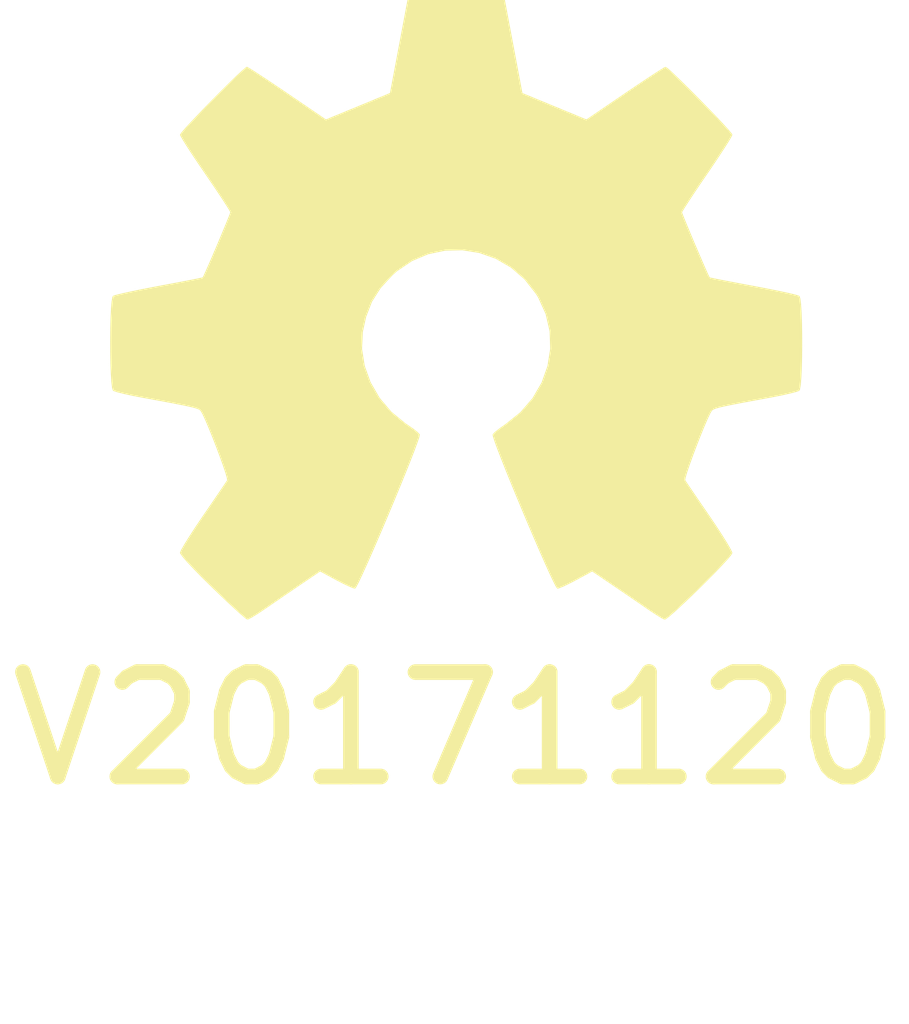
<source format=kicad_pcb>
(kicad_pcb (version 4) (host pcbnew 4.0.7-e2-6376~58~ubuntu17.04.1)

  (general
    (links 0)
    (no_connects 0)
    (area 0 0 0 0)
    (thickness 1.6)
    (drawings 0)
    (tracks 0)
    (zones 0)
    (modules 2)
    (nets 1)
  )

  (page A4)
  (layers
    (0 F.Cu signal)
    (31 B.Cu signal)
    (32 B.Adhes user)
    (33 F.Adhes user)
    (34 B.Paste user)
    (35 F.Paste user)
    (36 B.SilkS user)
    (37 F.SilkS user)
    (38 B.Mask user)
    (39 F.Mask user)
    (40 Dwgs.User user)
    (41 Cmts.User user)
    (42 Eco1.User user)
    (43 Eco2.User user)
    (44 Edge.Cuts user)
    (45 Margin user)
    (46 B.CrtYd user)
    (47 F.CrtYd user)
    (48 B.Fab user)
    (49 F.Fab user)
  )

  (setup
    (last_trace_width 0.1524)
    (user_trace_width 0.1524)
    (user_trace_width 0.2)
    (user_trace_width 0.3)
    (user_trace_width 0.4)
    (user_trace_width 0.6)
    (user_trace_width 1)
    (user_trace_width 1.5)
    (user_trace_width 2)
    (trace_clearance 0.1524)
    (zone_clearance 0.508)
    (zone_45_only no)
    (trace_min 0.1524)
    (segment_width 0.2)
    (edge_width 0.15)
    (via_size 0.381)
    (via_drill 0.254)
    (via_min_size 0.381)
    (via_min_drill 0.254)
    (user_via 0.381 0.254)
    (user_via 0.55 0.4)
    (user_via 0.75 0.6)
    (user_via 0.95 0.8)
    (user_via 1.3 1)
    (user_via 1.5 1.2)
    (user_via 1.7 1.4)
    (user_via 1.9 1.6)
    (uvia_size 0.381)
    (uvia_drill 0.254)
    (uvias_allowed no)
    (uvia_min_size 0.381)
    (uvia_min_drill 0.254)
    (pcb_text_width 0.3)
    (pcb_text_size 1.5 1.5)
    (mod_edge_width 0.15)
    (mod_text_size 1 1)
    (mod_text_width 0.15)
    (pad_size 1.524 1.524)
    (pad_drill 0.762)
    (pad_to_mask_clearance 0.2)
    (aux_axis_origin 0 0)
    (visible_elements FFFFFF7F)
    (pcbplotparams
      (layerselection 0x00030_80000001)
      (usegerberextensions false)
      (excludeedgelayer true)
      (linewidth 0.100000)
      (plotframeref false)
      (viasonmask false)
      (mode 1)
      (useauxorigin false)
      (hpglpennumber 1)
      (hpglpenspeed 20)
      (hpglpendiameter 15)
      (hpglpenoverlay 2)
      (psnegative false)
      (psa4output false)
      (plotreference true)
      (plotvalue true)
      (plotinvisibletext false)
      (padsonsilk false)
      (subtractmaskfromsilk false)
      (outputformat 1)
      (mirror false)
      (drillshape 1)
      (scaleselection 1)
      (outputdirectory ""))
  )

  (net 0 "")

  (net_class Default "This is the default net class."
    (clearance 0.1524)
    (trace_width 0.1524)
    (via_dia 0.381)
    (via_drill 0.254)
    (uvia_dia 0.381)
    (uvia_drill 0.254)
  )

  (module Symbols:OSHW-Symbol_6.7x6mm_SilkScreen (layer F.Cu) (tedit 0) (tstamp 5A135134)
    (at 148 101)
    (descr "Open Source Hardware Symbol")
    (tags "Logo Symbol OSHW")
    (path /5A135869)
    (attr virtual)
    (fp_text reference N1 (at 0 0) (layer F.SilkS) hide
      (effects (font (size 1 1) (thickness 0.15)))
    )
    (fp_text value OHWLOGO (at 0.75 0) (layer F.Fab) hide
      (effects (font (size 1 1) (thickness 0.15)))
    )
    (fp_poly (pts (xy 0.555814 -2.531069) (xy 0.639635 -2.086445) (xy 0.94892 -1.958947) (xy 1.258206 -1.831449)
      (xy 1.629246 -2.083754) (xy 1.733157 -2.154004) (xy 1.827087 -2.216728) (xy 1.906652 -2.269062)
      (xy 1.96747 -2.308143) (xy 2.005157 -2.331107) (xy 2.015421 -2.336058) (xy 2.03391 -2.323324)
      (xy 2.07342 -2.288118) (xy 2.129522 -2.234938) (xy 2.197787 -2.168282) (xy 2.273786 -2.092646)
      (xy 2.353092 -2.012528) (xy 2.431275 -1.932426) (xy 2.503907 -1.856836) (xy 2.566559 -1.790255)
      (xy 2.614803 -1.737182) (xy 2.64421 -1.702113) (xy 2.651241 -1.690377) (xy 2.641123 -1.66874)
      (xy 2.612759 -1.621338) (xy 2.569129 -1.552807) (xy 2.513218 -1.467785) (xy 2.448006 -1.370907)
      (xy 2.410219 -1.31565) (xy 2.341343 -1.214752) (xy 2.28014 -1.123701) (xy 2.229578 -1.04703)
      (xy 2.192628 -0.989272) (xy 2.172258 -0.954957) (xy 2.169197 -0.947746) (xy 2.176136 -0.927252)
      (xy 2.195051 -0.879487) (xy 2.223087 -0.811168) (xy 2.257391 -0.729011) (xy 2.295109 -0.63973)
      (xy 2.333387 -0.550042) (xy 2.36937 -0.466662) (xy 2.400206 -0.396306) (xy 2.423039 -0.34569)
      (xy 2.435017 -0.321529) (xy 2.435724 -0.320578) (xy 2.454531 -0.315964) (xy 2.504618 -0.305672)
      (xy 2.580793 -0.290713) (xy 2.677865 -0.272099) (xy 2.790643 -0.250841) (xy 2.856442 -0.238582)
      (xy 2.97695 -0.215638) (xy 3.085797 -0.193805) (xy 3.177476 -0.174278) (xy 3.246481 -0.158252)
      (xy 3.287304 -0.146921) (xy 3.295511 -0.143326) (xy 3.303548 -0.118994) (xy 3.310033 -0.064041)
      (xy 3.31497 0.015108) (xy 3.318364 0.112026) (xy 3.320218 0.220287) (xy 3.320538 0.333465)
      (xy 3.319327 0.445135) (xy 3.31659 0.548868) (xy 3.312331 0.638241) (xy 3.306555 0.706826)
      (xy 3.299267 0.748197) (xy 3.294895 0.75681) (xy 3.268764 0.767133) (xy 3.213393 0.781892)
      (xy 3.136107 0.799352) (xy 3.04423 0.81778) (xy 3.012158 0.823741) (xy 2.857524 0.852066)
      (xy 2.735375 0.874876) (xy 2.641673 0.89308) (xy 2.572384 0.907583) (xy 2.523471 0.919292)
      (xy 2.490897 0.929115) (xy 2.470628 0.937956) (xy 2.458626 0.946724) (xy 2.456947 0.948457)
      (xy 2.440184 0.976371) (xy 2.414614 1.030695) (xy 2.382788 1.104777) (xy 2.34726 1.191965)
      (xy 2.310583 1.285608) (xy 2.275311 1.379052) (xy 2.243996 1.465647) (xy 2.219193 1.53874)
      (xy 2.203454 1.591678) (xy 2.199332 1.617811) (xy 2.199676 1.618726) (xy 2.213641 1.640086)
      (xy 2.245322 1.687084) (xy 2.291391 1.754827) (xy 2.348518 1.838423) (xy 2.413373 1.932982)
      (xy 2.431843 1.959854) (xy 2.497699 2.057275) (xy 2.55565 2.146163) (xy 2.602538 2.221412)
      (xy 2.635207 2.27792) (xy 2.6505 2.310581) (xy 2.651241 2.314593) (xy 2.638392 2.335684)
      (xy 2.602888 2.377464) (xy 2.549293 2.435445) (xy 2.482171 2.505135) (xy 2.406087 2.582045)
      (xy 2.325604 2.661683) (xy 2.245287 2.739561) (xy 2.169699 2.811186) (xy 2.103405 2.87207)
      (xy 2.050969 2.917721) (xy 2.016955 2.94365) (xy 2.007545 2.947883) (xy 1.985643 2.937912)
      (xy 1.9408 2.91102) (xy 1.880321 2.871736) (xy 1.833789 2.840117) (xy 1.749475 2.782098)
      (xy 1.649626 2.713784) (xy 1.549473 2.645579) (xy 1.495627 2.609075) (xy 1.313371 2.4858)
      (xy 1.160381 2.56852) (xy 1.090682 2.604759) (xy 1.031414 2.632926) (xy 0.991311 2.648991)
      (xy 0.981103 2.651226) (xy 0.968829 2.634722) (xy 0.944613 2.588082) (xy 0.910263 2.515609)
      (xy 0.867588 2.421606) (xy 0.818394 2.310374) (xy 0.76449 2.186215) (xy 0.707684 2.053432)
      (xy 0.649782 1.916327) (xy 0.592593 1.779202) (xy 0.537924 1.646358) (xy 0.487584 1.522098)
      (xy 0.44338 1.410725) (xy 0.407119 1.316539) (xy 0.380609 1.243844) (xy 0.365658 1.196941)
      (xy 0.363254 1.180833) (xy 0.382311 1.160286) (xy 0.424036 1.126933) (xy 0.479706 1.087702)
      (xy 0.484378 1.084599) (xy 0.628264 0.969423) (xy 0.744283 0.835053) (xy 0.83143 0.685784)
      (xy 0.888699 0.525913) (xy 0.915086 0.359737) (xy 0.909585 0.191552) (xy 0.87119 0.025655)
      (xy 0.798895 -0.133658) (xy 0.777626 -0.168513) (xy 0.666996 -0.309263) (xy 0.536302 -0.422286)
      (xy 0.390064 -0.506997) (xy 0.232808 -0.562806) (xy 0.069057 -0.589126) (xy -0.096667 -0.58537)
      (xy -0.259838 -0.55095) (xy -0.415935 -0.485277) (xy -0.560433 -0.387765) (xy -0.605131 -0.348187)
      (xy -0.718888 -0.224297) (xy -0.801782 -0.093876) (xy -0.858644 0.052315) (xy -0.890313 0.197088)
      (xy -0.898131 0.35986) (xy -0.872062 0.52344) (xy -0.814755 0.682298) (xy -0.728856 0.830906)
      (xy -0.617014 0.963735) (xy -0.481877 1.075256) (xy -0.464117 1.087011) (xy -0.40785 1.125508)
      (xy -0.365077 1.158863) (xy -0.344628 1.18016) (xy -0.344331 1.180833) (xy -0.348721 1.203871)
      (xy -0.366124 1.256157) (xy -0.394732 1.33339) (xy -0.432735 1.431268) (xy -0.478326 1.545491)
      (xy -0.529697 1.671758) (xy -0.585038 1.805767) (xy -0.642542 1.943218) (xy -0.700399 2.079808)
      (xy -0.756802 2.211237) (xy -0.809942 2.333205) (xy -0.85801 2.441409) (xy -0.899199 2.531549)
      (xy -0.931699 2.599323) (xy -0.953703 2.64043) (xy -0.962564 2.651226) (xy -0.98964 2.642819)
      (xy -1.040303 2.620272) (xy -1.105817 2.587613) (xy -1.141841 2.56852) (xy -1.294832 2.4858)
      (xy -1.477088 2.609075) (xy -1.570125 2.672228) (xy -1.671985 2.741727) (xy -1.767438 2.807165)
      (xy -1.81525 2.840117) (xy -1.882495 2.885273) (xy -1.939436 2.921057) (xy -1.978646 2.942938)
      (xy -1.991381 2.947563) (xy -2.009917 2.935085) (xy -2.050941 2.900252) (xy -2.110475 2.846678)
      (xy -2.184542 2.777983) (xy -2.269165 2.697781) (xy -2.322685 2.646286) (xy -2.416319 2.554286)
      (xy -2.497241 2.471999) (xy -2.562177 2.402945) (xy -2.607858 2.350644) (xy -2.631011 2.318616)
      (xy -2.633232 2.312116) (xy -2.622924 2.287394) (xy -2.594439 2.237405) (xy -2.550937 2.167212)
      (xy -2.495577 2.081875) (xy -2.43152 1.986456) (xy -2.413303 1.959854) (xy -2.346927 1.863167)
      (xy -2.287378 1.776117) (xy -2.237984 1.703595) (xy -2.202075 1.650493) (xy -2.182981 1.621703)
      (xy -2.181136 1.618726) (xy -2.183895 1.595782) (xy -2.198538 1.545336) (xy -2.222513 1.474041)
      (xy -2.253266 1.388547) (xy -2.288244 1.295507) (xy -2.324893 1.201574) (xy -2.360661 1.113399)
      (xy -2.392994 1.037634) (xy -2.419338 0.980931) (xy -2.437142 0.949943) (xy -2.438407 0.948457)
      (xy -2.449294 0.939601) (xy -2.467682 0.930843) (xy -2.497606 0.921277) (xy -2.543103 0.909996)
      (xy -2.608209 0.896093) (xy -2.696961 0.878663) (xy -2.813393 0.856798) (xy -2.961542 0.829591)
      (xy -2.993618 0.823741) (xy -3.088686 0.805374) (xy -3.171565 0.787405) (xy -3.23493 0.771569)
      (xy -3.271458 0.7596) (xy -3.276356 0.75681) (xy -3.284427 0.732072) (xy -3.290987 0.67679)
      (xy -3.296033 0.597389) (xy -3.299559 0.500296) (xy -3.301561 0.391938) (xy -3.302036 0.27874)
      (xy -3.300977 0.167128) (xy -3.298382 0.063529) (xy -3.294246 -0.025632) (xy -3.288563 -0.093928)
      (xy -3.281331 -0.134934) (xy -3.276971 -0.143326) (xy -3.252698 -0.151792) (xy -3.197426 -0.165565)
      (xy -3.116662 -0.18345) (xy -3.015912 -0.204252) (xy -2.900683 -0.226777) (xy -2.837902 -0.238582)
      (xy -2.718787 -0.260849) (xy -2.612565 -0.281021) (xy -2.524427 -0.298085) (xy -2.459566 -0.311031)
      (xy -2.423174 -0.318845) (xy -2.417184 -0.320578) (xy -2.407061 -0.34011) (xy -2.385662 -0.387157)
      (xy -2.355839 -0.454997) (xy -2.320445 -0.536909) (xy -2.282332 -0.626172) (xy -2.244353 -0.716065)
      (xy -2.20936 -0.799865) (xy -2.180206 -0.870853) (xy -2.159743 -0.922306) (xy -2.150823 -0.947503)
      (xy -2.150657 -0.948604) (xy -2.160769 -0.968481) (xy -2.189117 -1.014223) (xy -2.232723 -1.081283)
      (xy -2.288606 -1.165116) (xy -2.353787 -1.261174) (xy -2.391679 -1.31635) (xy -2.460725 -1.417519)
      (xy -2.52205 -1.50937) (xy -2.572663 -1.587256) (xy -2.609571 -1.646531) (xy -2.629782 -1.682549)
      (xy -2.632701 -1.690623) (xy -2.620153 -1.709416) (xy -2.585463 -1.749543) (xy -2.533063 -1.806507)
      (xy -2.467384 -1.875815) (xy -2.392856 -1.952969) (xy -2.313913 -2.033475) (xy -2.234983 -2.112837)
      (xy -2.1605 -2.18656) (xy -2.094894 -2.250148) (xy -2.042596 -2.299106) (xy -2.008039 -2.328939)
      (xy -1.996478 -2.336058) (xy -1.977654 -2.326047) (xy -1.932631 -2.297922) (xy -1.865787 -2.254546)
      (xy -1.781499 -2.198782) (xy -1.684144 -2.133494) (xy -1.610707 -2.083754) (xy -1.239667 -1.831449)
      (xy -0.621095 -2.086445) (xy -0.537275 -2.531069) (xy -0.453454 -2.975693) (xy 0.471994 -2.975693)
      (xy 0.555814 -2.531069)) (layer F.SilkS) (width 0.01))
  )

  (module SquantorLabels:Label_version (layer F.Cu) (tedit 59D3ED5E) (tstamp 5A135138)
    (at 148 105)
    (path /5A1357A5)
    (fp_text reference N2 (at 0 2) (layer F.Fab) hide
      (effects (font (size 1 1) (thickness 0.15)))
    )
    (fp_text value V20171120 (at 0 0) (layer F.SilkS)
      (effects (font (size 1 1) (thickness 0.15)))
    )
  )

)

</source>
